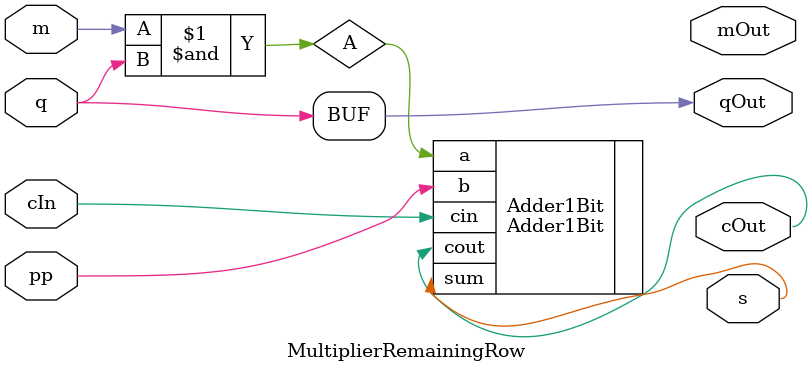
<source format=v>
/*
 * Multiplier 2 x 3 - RemainingRow
 * ----------------------------
 * By: Varun Gonsalves
 * For: University of Leeds
 * Date: 20/02/2023
 *
 * Description
 * ------------
 * This module is for the Multiplier 2 x 3. It is responsible for
 * Carrying out the operations on the second remaining row. 
 *
 */

module MultiplierRemainingRow (
    input  pp,
    input  m,
    input  q,
    input  cIn,
    
    output qOut,
    output cOut,
    output mOut,
    output s
);

//Wire used to connect the module to the Full Adder
wire A;

//Assigning QOut
assign qOut = q;

and(A,m,q);

//Full Adder added to the system
Adder1Bit Adder1Bit(
	.a(A),
	.b(pp),
	.cin(cIn),
	.cout(cOut),
	.sum(s)	
);


endmodule

</source>
